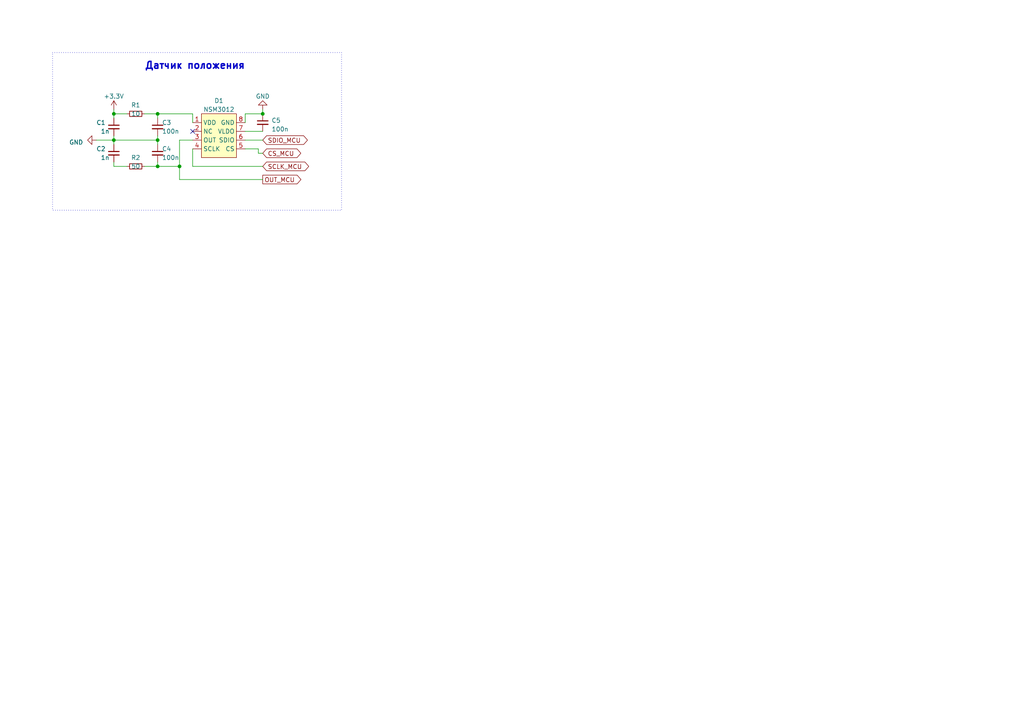
<source format=kicad_sch>
(kicad_sch (version 20230121) (generator eeschema)
  (paper "A4")
  (lib_symbols
    (symbol "Device:C_Small" (pin_numbers hide) (pin_names (offset 0.254) hide)
      (property "Reference" "C" (at 0.254 1.778 0))
      (property "Value" "C_Small" (at 0.254 -2.032 0))
      (symbol "C_Small_0_1"
        (polyline (pts (xy -1.524 -0.508) (xy 1.524 -0.508)) (stroke (width 0.3302)))
        (polyline (pts (xy -1.524 0.508) (xy 1.524 0.508)) (stroke (width 0.3048)))
      )
      (symbol "C_Small_1_1"
        (pin passive line (at 0 2.54 270) (length 2.032) (name "~") (number "1"))
        (pin passive line (at 0 -2.54 90) (length 2.032) (name "~") (number "2"))
      )
    )
    (symbol "Device:R_Small" (pin_numbers hide) (pin_names (offset 0.254) hide)
      (property "Reference" "R" (at 0.762 0.508 0))
      (property "Value" "R_Small" (at 0.762 -1.016 0))
      (symbol "R_Small_0_1"
        (rectangle (start -0.762 1.778) (end 0.762 -1.778) (stroke (width 0.2032)))
      )
      (symbol "R_Small_1_1"
        (pin passive line (at 0 2.54 270) (length 0.762) (name "~") (number "1"))
        (pin passive line (at 0 -2.54 90) (length 0.762) (name "~") (number "2"))
      )
    )
    (symbol "Hall_Sensor_My:NSM3012"
      (property "Reference" "D" (at 0 5.08 0))
      (property "Value" "NSM3012" (at 0 2.54 0))
      (symbol "NSM3012_1_1"
        (rectangle (start -5.08 0) (end 5.08 -12.7) (fill (type background)))
        (pin input line (at -7.62 -2.54 0) (length 2.54) (name "VDD") (number "1"))
        (pin input line (at -7.62 -5.08 0) (length 2.54) (name "NC") (number "2"))
        (pin input line (at -7.62 -7.62 0) (length 2.54) (name "OUT") (number "3"))
        (pin input line (at -7.62 -10.16 0) (length 2.54) (name "SCLK") (number "4"))
        (pin input line (at 7.62 -10.16 180) (length 2.54) (name "CS") (number "5"))
        (pin input line (at 7.62 -7.62 180) (length 2.54) (name "SDIO") (number "6"))
        (pin input line (at 7.62 -5.08 180) (length 2.54) (name "VLDO") (number "7"))
        (pin input line (at 7.62 -2.54 180) (length 2.54) (name "GND") (number "8"))
      )
    )
    (symbol "power:+3.3V" (power) (pin_names (offset 0))
      (property "Value" "+3.3V" (at 0 3.556 0))
      (symbol "+3.3V_0_1"
        (polyline (pts (xy -0.762 1.27) (xy 0 2.54)))
        (polyline (pts (xy 0 0) (xy 0 2.54)))
        (polyline (pts (xy 0 2.54) (xy 0.762 1.27)))
      )
      (symbol "+3.3V_1_1"
        (pin power_in line (at 0 0 90) (length 0) hide (name "+3.3V") (number "1"))
      )
    )
    (symbol "power:GND" (power) (pin_names (offset 0))
      (property "Value" "GND" (at 0 -3.81 0))
      (symbol "GND_0_1"
        (polyline (pts (xy 0 0) (xy 0 -1.27) (xy 1.27 -1.27) (xy 0 -2.54) (xy -1.27 -1.27) (xy 0 -1.27)))
      )
      (symbol "GND_1_1"
        (pin power_in line (at 0 0 270) (length 0) hide (name "GND") (number "1"))
      )
    )
  )
  (junction (at 45.72 33.02))
  (junction (at 45.72 40.64))
  (junction (at 33.02 33.02))
  (junction (at 76.2 33.02))
  (junction (at 33.02 40.64))
  (junction (at 45.72 48.26))
  (junction (at 52.07 48.26))
  (no_connect (at 55.88 38.1))
  (wire (pts (xy 71.12 33.02) (xy 76.2 33.02)))
  (wire (pts (xy 52.07 52.07) (xy 52.07 48.26)))
  (wire (pts (xy 27.94 40.64) (xy 33.02 40.64)))
  (wire (pts (xy 76.2 52.07) (xy 52.07 52.07)))
  (wire (pts (xy 41.91 33.02) (xy 45.72 33.02)))
  (wire (pts (xy 33.02 40.64) (xy 45.72 40.64)))
  (wire (pts (xy 71.12 35.56) (xy 71.12 33.02)))
  (wire (pts (xy 45.72 48.26) (xy 52.07 48.26)))
  (wire (pts (xy 33.02 33.02) (xy 33.02 34.29)))
  (wire (pts (xy 55.88 33.02) (xy 55.88 35.56)))
  (wire (pts (xy 45.72 39.37) (xy 45.72 40.64)))
  (wire (pts (xy 45.72 40.64) (xy 45.72 41.91)))
  (wire (pts (xy 33.02 40.64) (xy 33.02 41.91)))
  (wire (pts (xy 45.72 46.99) (xy 45.72 48.26)))
  (wire (pts (xy 33.02 48.26) (xy 36.83 48.26)))
  (wire (pts (xy 74.93 44.45) (xy 76.2 44.45)))
  (wire (pts (xy 74.93 43.18) (xy 71.12 43.18)))
  (wire (pts (xy 45.72 33.02) (xy 45.72 34.29)))
  (wire (pts (xy 55.88 43.18) (xy 55.88 48.26)))
  (wire (pts (xy 74.93 44.45) (xy 74.93 43.18)))
  (wire (pts (xy 52.07 48.26) (xy 52.07 40.64)))
  (wire (pts (xy 76.2 31.75) (xy 76.2 33.02)))
  (wire (pts (xy 71.12 40.64) (xy 76.2 40.64)))
  (wire (pts (xy 52.07 40.64) (xy 55.88 40.64)))
  (wire (pts (xy 33.02 46.99) (xy 33.02 48.26)))
  (wire (pts (xy 55.88 48.26) (xy 76.2 48.26)))
  (wire (pts (xy 33.02 39.37) (xy 33.02 40.64)))
  (wire (pts (xy 45.72 48.26) (xy 41.91 48.26)))
  (wire (pts (xy 36.83 33.02) (xy 33.02 33.02)))
  (wire (pts (xy 33.02 31.75) (xy 33.02 33.02)))
  (wire (pts (xy 71.12 38.1) (xy 76.2 38.1)))
  (wire (pts (xy 45.72 33.02) (xy 55.88 33.02)))
  (rectangle (start 15.24 15.24) (end 99.06 60.96) (stroke (width 0) (type dot)))
  (text "Датчик положения" (at 41.91 20.32 0) (effects (font (size 2 2) bold) (justify left bottom)))
  (global_label "SDIO_MCU" (shape bidirectional) (at 76.2 40.64 0) (property "Intersheetrefs" "${INTERSHEET_REFS}" (effects hide)))
  (global_label "CS_MCU" (shape bidirectional) (at 76.2 44.45 0) (property "Intersheetrefs" "${INTERSHEET_REFS}" (effects hide)))
  (global_label "OUT_MCU" (shape output) (at 76.2 52.07 0) (property "Intersheetrefs" "${INTERSHEET_REFS}" (effects hide)))
  (global_label "SCLK_MCU" (shape bidirectional) (at 76.2 48.26 0) (property "Intersheetrefs" "${INTERSHEET_REFS}" (effects hide)))
  (symbol (lib_id "Device:C_Small") (at 33.02 36.83 0) (unit 1)
    (property "Reference" "C1" (at 27.94 35.56 0) (effects (justify left)))
    (property "Value" "1n" (at 29.21 38.1 0) (effects (justify left)))
    (property "Footprint" "Capacitor_SMD:C_0603_1608Metric_Pad1.08x0.95mm_HandSolder" (effects hide))
    (instances (project "Плата датчиков" (path "" (reference "C1") (unit 1)) (path "" (reference "C6") (unit 1))) (project "Плата управления" (path "" (reference "C36") (unit 1))))
  )
  (symbol (lib_id "Device:C_Small") (at 76.2 35.56 0) (unit 1)
    (property "Reference" "C5" (at 78.74 34.9313 0) (effects (justify left)))
    (property "Value" "100n" (at 78.74 37.4713 0) (effects (justify left)))
    (property "Footprint" "Capacitor_SMD:C_0603_1608Metric_Pad1.08x0.95mm_HandSolder" (effects hide))
    (instances (project "Плата датчиков" (path "" (reference "C5") (unit 1)) (path "" (reference "C10") (unit 1))) (project "Плата управления" (path "" (reference "C40") (unit 1))))
  )
  (symbol (lib_id "Device:C_Small") (at 45.72 44.45 0) (unit 1)
    (property "Reference" "C4" (at 46.99 43.18 0) (effects (justify left)))
    (property "Value" "100n" (at 46.99 45.72 0) (effects (justify left)))
    (property "Footprint" "Capacitor_SMD:C_0603_1608Metric_Pad1.08x0.95mm_HandSolder" (effects hide))
    (instances (project "Плата датчиков" (path "" (reference "C4") (unit 1)) (path "" (reference "C9") (unit 1))) (project "Плата управления" (path "" (reference "C39") (unit 1))))
  )
  (symbol (lib_id "Device:R_Small") (at 39.37 48.26 90) (unit 1)
    (property "Reference" "R2" (at 39.37 45.72 90))
    (property "Value" "50" (at 39.37 48.26 90))
    (property "Footprint" "Resistor_SMD:R_0603_1608Metric_Pad0.98x0.95mm_HandSolder" (effects hide))
    (instances (project "Плата датчиков" (path "" (reference "R2") (unit 1)) (path "" (reference "R4") (unit 1))) (project "Плата управления" (path "" (reference "R28") (unit 1))))
  )
  (symbol (lib_id "power:GND") (at 27.94 40.64 270) (unit 1)
    (property "Reference" "#PWR01" (effects hide))
    (property "Value" "GND" (at 24.13 41.275 90) (effects (justify right)))
    (instances (project "Плата датчиков" (path "" (reference "#PWR01") (unit 1)) (path "" (reference "#PWR04") (unit 1))) (project "Плата управления" (path "" (reference "#PWR076") (unit 1))))
  )
  (symbol (lib_id "Device:R_Small") (at 39.37 33.02 90) (unit 1)
    (property "Reference" "R1" (at 39.37 30.48 90))
    (property "Value" "10" (at 39.37 33.02 90))
    (property "Footprint" "Resistor_SMD:R_0603_1608Metric_Pad0.98x0.95mm_HandSolder" (effects hide))
    (instances (project "Плата датчиков" (path "" (reference "R1") (unit 1)) (path "" (reference "R3") (unit 1))) (project "Плата управления" (path "" (reference "R27") (unit 1))))
  )
  (symbol (lib_id "Device:C_Small") (at 33.02 44.45 0) (unit 1)
    (property "Reference" "C2" (at 27.94 43.18 0) (effects (justify left)))
    (property "Value" "1n" (at 29.21 45.72 0) (effects (justify left)))
    (property "Footprint" "Capacitor_SMD:C_0603_1608Metric_Pad1.08x0.95mm_HandSolder" (effects hide))
    (instances (project "Плата датчиков" (path "" (reference "C2") (unit 1)) (path "" (reference "C7") (unit 1))) (project "Плата управления" (path "" (reference "C37") (unit 1))))
  )
  (symbol (lib_id "Device:C_Small") (at 45.72 36.83 0) (unit 1)
    (property "Reference" "C3" (at 46.99 35.56 0) (effects (justify left)))
    (property "Value" "100n" (at 46.99 38.1 0) (effects (justify left)))
    (property "Footprint" "Capacitor_SMD:C_0603_1608Metric_Pad1.08x0.95mm_HandSolder" (effects hide))
    (instances (project "Плата датчиков" (path "" (reference "C3") (unit 1)) (path "" (reference "C8") (unit 1))) (project "Плата управления" (path "" (reference "C38") (unit 1))))
  )
  (symbol (lib_id "power:GND") (at 76.2 31.75 180) (unit 1)
    (property "Reference" "#PWR03" (effects hide))
    (property "Value" "GND" (at 76.2 27.94 0))
    (instances (project "Плата датчиков" (path "" (reference "#PWR03") (unit 1)) (path "" (reference "#PWR06") (unit 1))) (project "Плата управления" (path "" (reference "#PWR078") (unit 1))))
  )
  (symbol (lib_id "Hall_Sensor_My:NSM3012") (at 63.5 33.02 0) (unit 1)
    (property "Reference" "D1" (at 63.5 29.21 0))
    (property "Value" "NSM3012" (at 63.5 31.75 0))
    (property "Footprint" "Package_SO:SOIC-8_3.9x4.9mm_P1.27mm" (effects hide))
    (property "Datasheet" "https://www.novosns.com/Public/Uploads/uploadfile3/files/20220726/NSM3011_3012_3013_DatasheetV1.0EN.pdf" (effects hide))
    (instances (project "Плата датчиков" (path "" (reference "D1") (unit 1)) (path "" (reference "D2") (unit 1))) (project "Плата управления" (path "" (reference "D7") (unit 1))))
  )
  (symbol (lib_id "power:+3.3V") (at 33.02 31.75 0) (unit 1)
    (property "Reference" "#PWR02" (effects hide))
    (property "Value" "+3.3V" (at 33.02 27.94 0))
    (instances (project "Плата датчиков" (path "" (reference "#PWR02") (unit 1)) (path "" (reference "#PWR05") (unit 1))) (project "Плата управления" (path "" (reference "#PWR077") (unit 1))))
  )
)
</source>
